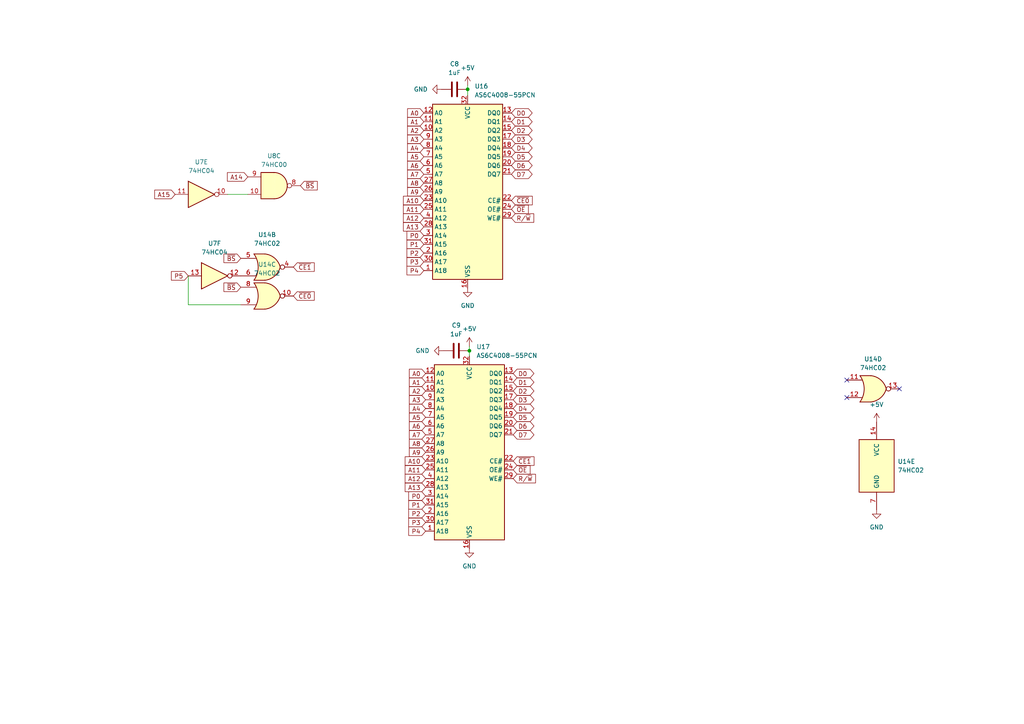
<source format=kicad_sch>
(kicad_sch (version 20211123) (generator eeschema)
  (paper "A4")
  (lib_symbols
    (symbol "74xx:74HC00" (pin_names (offset 1.016))
      (property "Reference" "U" (at 0 1.27 0))
      (property "Value" "74HC00" (at 0 -1.27 0))
      (symbol "74HC00_1_1"
        (arc (start 0 -3.81) (mid 3.81 0) (end 0 3.81) (stroke (width 0.254)) (fill (type background)))
        (polyline (pts (xy 0 3.81) (xy -3.81 3.81) (xy -3.81 -3.81) (xy 0 -3.81)) (stroke (width 0.254)) (fill (type background)))
        (pin input line (at -7.62 2.54 0) (length 3.81) (name "~") (number "1"))
        (pin input line (at -7.62 -2.54 0) (length 3.81) (name "~") (number "2"))
        (pin output inverted (at 7.62 0 180) (length 3.81) (name "~") (number "3"))
      )
      (symbol "74HC00_1_2"
        (arc (start -3.81 -3.81) (mid -2.589 0) (end -3.81 3.81) (stroke (width 0.254)))
        (arc (start -0.6096 -3.81) (mid 2.1855 -2.584) (end 3.81 0) (stroke (width 0.254)) (fill (type background)))
        (polyline (pts (xy -3.81 -3.81) (xy -0.635 -3.81)) (stroke (width 0.254)) (fill (type background)))
        (polyline (pts (xy -3.81 3.81) (xy -0.635 3.81)) (stroke (width 0.254)) (fill (type background)))
        (polyline (pts (xy -0.635 3.81) (xy -3.81 3.81) (xy -3.81 3.81) (xy -3.556 3.4036) (xy -3.0226 2.2606) (xy -2.6924 1.0414) (xy -2.6162 -0.254) (xy -2.7686 -1.4986) (xy -3.175 -2.7178) (xy -3.81 -3.81) (xy -3.81 -3.81) (xy -0.635 -3.81)) (stroke (width -25.4)) (fill (type background)))
        (arc (start 3.81 0) (mid 2.1928 2.5925) (end -0.6096 3.81) (stroke (width 0.254)) (fill (type background)))
        (pin input inverted (at -7.62 2.54 0) (length 4.318) (name "~") (number "1"))
        (pin input inverted (at -7.62 -2.54 0) (length 4.318) (name "~") (number "2"))
        (pin output line (at 7.62 0 180) (length 3.81) (name "~") (number "3"))
      )
      (symbol "74HC00_2_1"
        (arc (start 0 -3.81) (mid 3.81 0) (end 0 3.81) (stroke (width 0.254)) (fill (type background)))
        (polyline (pts (xy 0 3.81) (xy -3.81 3.81) (xy -3.81 -3.81) (xy 0 -3.81)) (stroke (width 0.254)) (fill (type background)))
        (pin input line (at -7.62 2.54 0) (length 3.81) (name "~") (number "4"))
        (pin input line (at -7.62 -2.54 0) (length 3.81) (name "~") (number "5"))
        (pin output inverted (at 7.62 0 180) (length 3.81) (name "~") (number "6"))
      )
      (symbol "74HC00_2_2"
        (arc (start -3.81 -3.81) (mid -2.589 0) (end -3.81 3.81) (stroke (width 0.254)))
        (arc (start -0.6096 -3.81) (mid 2.1855 -2.584) (end 3.81 0) (stroke (width 0.254)) (fill (type background)))
        (polyline (pts (xy -3.81 -3.81) (xy -0.635 -3.81)) (stroke (width 0.254)) (fill (type background)))
        (polyline (pts (xy -3.81 3.81) (xy -0.635 3.81)) (stroke (width 0.254)) (fill (type background)))
        (polyline (pts (xy -0.635 3.81) (xy -3.81 3.81) (xy -3.81 3.81) (xy -3.556 3.4036) (xy -3.0226 2.2606) (xy -2.6924 1.0414) (xy -2.6162 -0.254) (xy -2.7686 -1.4986) (xy -3.175 -2.7178) (xy -3.81 -3.81) (xy -3.81 -3.81) (xy -0.635 -3.81)) (stroke (width -25.4)) (fill (type background)))
        (arc (start 3.81 0) (mid 2.1928 2.5925) (end -0.6096 3.81) (stroke (width 0.254)) (fill (type background)))
        (pin input inverted (at -7.62 2.54 0) (length 4.318) (name "~") (number "4"))
        (pin input inverted (at -7.62 -2.54 0) (length 4.318) (name "~") (number "5"))
        (pin output line (at 7.62 0 180) (length 3.81) (name "~") (number "6"))
      )
      (symbol "74HC00_3_1"
        (arc (start 0 -3.81) (mid 3.81 0) (end 0 3.81) (stroke (width 0.254)) (fill (type background)))
        (polyline (pts (xy 0 3.81) (xy -3.81 3.81) (xy -3.81 -3.81) (xy 0 -3.81)) (stroke (width 0.254)) (fill (type background)))
        (pin input line (at -7.62 -2.54 0) (length 3.81) (name "~") (number "10"))
        (pin output inverted (at 7.62 0 180) (length 3.81) (name "~") (number "8"))
        (pin input line (at -7.62 2.54 0) (length 3.81) (name "~") (number "9"))
      )
      (symbol "74HC00_3_2"
        (arc (start -3.81 -3.81) (mid -2.589 0) (end -3.81 3.81) (stroke (width 0.254)))
        (arc (start -0.6096 -3.81) (mid 2.1855 -2.584) (end 3.81 0) (stroke (width 0.254)) (fill (type background)))
        (polyline (pts (xy -3.81 -3.81) (xy -0.635 -3.81)) (stroke (width 0.254)) (fill (type background)))
        (polyline (pts (xy -3.81 3.81) (xy -0.635 3.81)) (stroke (width 0.254)) (fill (type background)))
        (polyline (pts (xy -0.635 3.81) (xy -3.81 3.81) (xy -3.81 3.81) (xy -3.556 3.4036) (xy -3.0226 2.2606) (xy -2.6924 1.0414) (xy -2.6162 -0.254) (xy -2.7686 -1.4986) (xy -3.175 -2.7178) (xy -3.81 -3.81) (xy -3.81 -3.81) (xy -0.635 -3.81)) (stroke (width -25.4)) (fill (type background)))
        (arc (start 3.81 0) (mid 2.1928 2.5925) (end -0.6096 3.81) (stroke (width 0.254)) (fill (type background)))
        (pin input inverted (at -7.62 -2.54 0) (length 4.318) (name "~") (number "10"))
        (pin output line (at 7.62 0 180) (length 3.81) (name "~") (number "8"))
        (pin input inverted (at -7.62 2.54 0) (length 4.318) (name "~") (number "9"))
      )
      (symbol "74HC00_4_1"
        (arc (start 0 -3.81) (mid 3.81 0) (end 0 3.81) (stroke (width 0.254)) (fill (type background)))
        (polyline (pts (xy 0 3.81) (xy -3.81 3.81) (xy -3.81 -3.81) (xy 0 -3.81)) (stroke (width 0.254)) (fill (type background)))
        (pin output inverted (at 7.62 0 180) (length 3.81) (name "~") (number "11"))
        (pin input line (at -7.62 2.54 0) (length 3.81) (name "~") (number "12"))
        (pin input line (at -7.62 -2.54 0) (length 3.81) (name "~") (number "13"))
      )
      (symbol "74HC00_4_2"
        (arc (start -3.81 -3.81) (mid -2.589 0) (end -3.81 3.81) (stroke (width 0.254)))
        (arc (start -0.6096 -3.81) (mid 2.1855 -2.584) (end 3.81 0) (stroke (width 0.254)) (fill (type background)))
        (polyline (pts (xy -3.81 -3.81) (xy -0.635 -3.81)) (stroke (width 0.254)) (fill (type background)))
        (polyline (pts (xy -3.81 3.81) (xy -0.635 3.81)) (stroke (width 0.254)) (fill (type background)))
        (polyline (pts (xy -0.635 3.81) (xy -3.81 3.81) (xy -3.81 3.81) (xy -3.556 3.4036) (xy -3.0226 2.2606) (xy -2.6924 1.0414) (xy -2.6162 -0.254) (xy -2.7686 -1.4986) (xy -3.175 -2.7178) (xy -3.81 -3.81) (xy -3.81 -3.81) (xy -0.635 -3.81)) (stroke (width -25.4)) (fill (type background)))
        (arc (start 3.81 0) (mid 2.1928 2.5925) (end -0.6096 3.81) (stroke (width 0.254)) (fill (type background)))
        (pin output line (at 7.62 0 180) (length 3.81) (name "~") (number "11"))
        (pin input inverted (at -7.62 2.54 0) (length 4.318) (name "~") (number "12"))
        (pin input inverted (at -7.62 -2.54 0) (length 4.318) (name "~") (number "13"))
      )
      (symbol "74HC00_5_0"
        (pin power_in line (at 0 12.7 270) (length 5.08) (name "VCC") (number "14"))
        (pin power_in line (at 0 -12.7 90) (length 5.08) (name "GND") (number "7"))
      )
      (symbol "74HC00_5_1"
        (rectangle (start -5.08 7.62) (end 5.08 -7.62) (stroke (width 0.254)) (fill (type background)))
      )
    )
    (symbol "74xx:74HC02" (pin_names (offset 1.016))
      (property "Reference" "U" (at 0 1.27 0))
      (property "Value" "74HC02" (at 0 -1.27 0))
      (symbol "74HC02_1_1"
        (arc (start -3.81 -3.81) (mid -2.589 0) (end -3.81 3.81) (stroke (width 0.254)))
        (arc (start -0.6096 -3.81) (mid 2.1855 -2.584) (end 3.81 0) (stroke (width 0.254)) (fill (type background)))
        (polyline (pts (xy -3.81 -3.81) (xy -0.635 -3.81)) (stroke (width 0.254)) (fill (type background)))
        (polyline (pts (xy -3.81 3.81) (xy -0.635 3.81)) (stroke (width 0.254)) (fill (type background)))
        (polyline (pts (xy -0.635 3.81) (xy -3.81 3.81) (xy -3.81 3.81) (xy -3.556 3.4036) (xy -3.0226 2.2606) (xy -2.6924 1.0414) (xy -2.6162 -0.254) (xy -2.7686 -1.4986) (xy -3.175 -2.7178) (xy -3.81 -3.81) (xy -3.81 -3.81) (xy -0.635 -3.81)) (stroke (width -25.4)) (fill (type background)))
        (arc (start 3.81 0) (mid 2.1928 2.5925) (end -0.6096 3.81) (stroke (width 0.254)) (fill (type background)))
        (pin output inverted (at 7.62 0 180) (length 3.81) (name "~") (number "1"))
        (pin input line (at -7.62 2.54 0) (length 4.318) (name "~") (number "2"))
        (pin input line (at -7.62 -2.54 0) (length 4.318) (name "~") (number "3"))
      )
      (symbol "74HC02_1_2"
        (arc (start 0 -3.81) (mid 3.81 0) (end 0 3.81) (stroke (width 0.254)) (fill (type background)))
        (polyline (pts (xy 0 3.81) (xy -3.81 3.81) (xy -3.81 -3.81) (xy 0 -3.81)) (stroke (width 0.254)) (fill (type background)))
        (pin output line (at 7.62 0 180) (length 3.81) (name "~") (number "1"))
        (pin input inverted (at -7.62 2.54 0) (length 3.81) (name "~") (number "2"))
        (pin input inverted (at -7.62 -2.54 0) (length 3.81) (name "~") (number "3"))
      )
      (symbol "74HC02_2_1"
        (arc (start -3.81 -3.81) (mid -2.589 0) (end -3.81 3.81) (stroke (width 0.254)))
        (arc (start -0.6096 -3.81) (mid 2.1855 -2.584) (end 3.81 0) (stroke (width 0.254)) (fill (type background)))
        (polyline (pts (xy -3.81 -3.81) (xy -0.635 -3.81)) (stroke (width 0.254)) (fill (type background)))
        (polyline (pts (xy -3.81 3.81) (xy -0.635 3.81)) (stroke (width 0.254)) (fill (type background)))
        (polyline (pts (xy -0.635 3.81) (xy -3.81 3.81) (xy -3.81 3.81) (xy -3.556 3.4036) (xy -3.0226 2.2606) (xy -2.6924 1.0414) (xy -2.6162 -0.254) (xy -2.7686 -1.4986) (xy -3.175 -2.7178) (xy -3.81 -3.81) (xy -3.81 -3.81) (xy -0.635 -3.81)) (stroke (width -25.4)) (fill (type background)))
        (arc (start 3.81 0) (mid 2.1928 2.5925) (end -0.6096 3.81) (stroke (width 0.254)) (fill (type background)))
        (pin output inverted (at 7.62 0 180) (length 3.81) (name "~") (number "4"))
        (pin input line (at -7.62 2.54 0) (length 4.318) (name "~") (number "5"))
        (pin input line (at -7.62 -2.54 0) (length 4.318) (name "~") (number "6"))
      )
      (symbol "74HC02_2_2"
        (arc (start 0 -3.81) (mid 3.81 0) (end 0 3.81) (stroke (width 0.254)) (fill (type background)))
        (polyline (pts (xy 0 3.81) (xy -3.81 3.81) (xy -3.81 -3.81) (xy 0 -3.81)) (stroke (width 0.254)) (fill (type background)))
        (pin output line (at 7.62 0 180) (length 3.81) (name "~") (number "4"))
        (pin input inverted (at -7.62 2.54 0) (length 3.81) (name "~") (number "5"))
        (pin input inverted (at -7.62 -2.54 0) (length 3.81) (name "~") (number "6"))
      )
      (symbol "74HC02_3_1"
        (arc (start -3.81 -3.81) (mid -2.589 0) (end -3.81 3.81) (stroke (width 0.254)))
        (arc (start -0.6096 -3.81) (mid 2.1855 -2.584) (end 3.81 0) (stroke (width 0.254)) (fill (type background)))
        (polyline (pts (xy -3.81 -3.81) (xy -0.635 -3.81)) (stroke (width 0.254)) (fill (type background)))
        (polyline (pts (xy -3.81 3.81) (xy -0.635 3.81)) (stroke (width 0.254)) (fill (type background)))
        (polyline (pts (xy -0.635 3.81) (xy -3.81 3.81) (xy -3.81 3.81) (xy -3.556 3.4036) (xy -3.0226 2.2606) (xy -2.6924 1.0414) (xy -2.6162 -0.254) (xy -2.7686 -1.4986) (xy -3.175 -2.7178) (xy -3.81 -3.81) (xy -3.81 -3.81) (xy -0.635 -3.81)) (stroke (width -25.4)) (fill (type background)))
        (arc (start 3.81 0) (mid 2.1928 2.5925) (end -0.6096 3.81) (stroke (width 0.254)) (fill (type background)))
        (pin output inverted (at 7.62 0 180) (length 3.81) (name "~") (number "10"))
        (pin input line (at -7.62 2.54 0) (length 4.318) (name "~") (number "8"))
        (pin input line (at -7.62 -2.54 0) (length 4.318) (name "~") (number "9"))
      )
      (symbol "74HC02_3_2"
        (arc (start 0 -3.81) (mid 3.81 0) (end 0 3.81) (stroke (width 0.254)) (fill (type background)))
        (polyline (pts (xy 0 3.81) (xy -3.81 3.81) (xy -3.81 -3.81) (xy 0 -3.81)) (stroke (width 0.254)) (fill (type background)))
        (pin output line (at 7.62 0 180) (length 3.81) (name "~") (number "10"))
        (pin input inverted (at -7.62 2.54 0) (length 3.81) (name "~") (number "8"))
        (pin input inverted (at -7.62 -2.54 0) (length 3.81) (name "~") (number "9"))
      )
      (symbol "74HC02_4_1"
        (arc (start -3.81 -3.81) (mid -2.589 0) (end -3.81 3.81) (stroke (width 0.254)))
        (arc (start -0.6096 -3.81) (mid 2.1855 -2.584) (end 3.81 0) (stroke (width 0.254)) (fill (type background)))
        (polyline (pts (xy -3.81 -3.81) (xy -0.635 -3.81)) (stroke (width 0.254)) (fill (type background)))
        (polyline (pts (xy -3.81 3.81) (xy -0.635 3.81)) (stroke (width 0.254)) (fill (type background)))
        (polyline (pts (xy -0.635 3.81) (xy -3.81 3.81) (xy -3.81 3.81) (xy -3.556 3.4036) (xy -3.0226 2.2606) (xy -2.6924 1.0414) (xy -2.6162 -0.254) (xy -2.7686 -1.4986) (xy -3.175 -2.7178) (xy -3.81 -3.81) (xy -3.81 -3.81) (xy -0.635 -3.81)) (stroke (width -25.4)) (fill (type background)))
        (arc (start 3.81 0) (mid 2.1928 2.5925) (end -0.6096 3.81) (stroke (width 0.254)) (fill (type background)))
        (pin input line (at -7.62 2.54 0) (length 4.318) (name "~") (number "11"))
        (pin input line (at -7.62 -2.54 0) (length 4.318) (name "~") (number "12"))
        (pin output inverted (at 7.62 0 180) (length 3.81) (name "~") (number "13"))
      )
      (symbol "74HC02_4_2"
        (arc (start 0 -3.81) (mid 3.81 0) (end 0 3.81) (stroke (width 0.254)) (fill (type background)))
        (polyline (pts (xy 0 3.81) (xy -3.81 3.81) (xy -3.81 -3.81) (xy 0 -3.81)) (stroke (width 0.254)) (fill (type background)))
        (pin input inverted (at -7.62 2.54 0) (length 3.81) (name "~") (number "11"))
        (pin input inverted (at -7.62 -2.54 0) (length 3.81) (name "~") (number "12"))
        (pin output line (at 7.62 0 180) (length 3.81) (name "~") (number "13"))
      )
      (symbol "74HC02_5_0"
        (pin power_in line (at 0 12.7 270) (length 5.08) (name "VCC") (number "14"))
        (pin power_in line (at 0 -12.7 90) (length 5.08) (name "GND") (number "7"))
      )
      (symbol "74HC02_5_1"
        (rectangle (start -5.08 7.62) (end 5.08 -7.62) (stroke (width 0.254)) (fill (type background)))
      )
    )
    (symbol "74xx:74HC04"
      (property "Reference" "U" (at 0 1.27 0))
      (property "Value" "74HC04" (at 0 -1.27 0))
      (symbol "74HC04_1_0"
        (polyline (pts (xy -3.81 3.81) (xy -3.81 -3.81) (xy 3.81 0) (xy -3.81 3.81)) (stroke (width 0.254)) (fill (type background)))
        (pin input line (at -7.62 0 0) (length 3.81) (name "~") (number "1"))
        (pin output inverted (at 7.62 0 180) (length 3.81) (name "~") (number "2"))
      )
      (symbol "74HC04_2_0"
        (polyline (pts (xy -3.81 3.81) (xy -3.81 -3.81) (xy 3.81 0) (xy -3.81 3.81)) (stroke (width 0.254)) (fill (type background)))
        (pin input line (at -7.62 0 0) (length 3.81) (name "~") (number "3"))
        (pin output inverted (at 7.62 0 180) (length 3.81) (name "~") (number "4"))
      )
      (symbol "74HC04_3_0"
        (polyline (pts (xy -3.81 3.81) (xy -3.81 -3.81) (xy 3.81 0) (xy -3.81 3.81)) (stroke (width 0.254)) (fill (type background)))
        (pin input line (at -7.62 0 0) (length 3.81) (name "~") (number "5"))
        (pin output inverted (at 7.62 0 180) (length 3.81) (name "~") (number "6"))
      )
      (symbol "74HC04_4_0"
        (polyline (pts (xy -3.81 3.81) (xy -3.81 -3.81) (xy 3.81 0) (xy -3.81 3.81)) (stroke (width 0.254)) (fill (type background)))
        (pin output inverted (at 7.62 0 180) (length 3.81) (name "~") (number "8"))
        (pin input line (at -7.62 0 0) (length 3.81) (name "~") (number "9"))
      )
      (symbol "74HC04_5_0"
        (polyline (pts (xy -3.81 3.81) (xy -3.81 -3.81) (xy 3.81 0) (xy -3.81 3.81)) (stroke (width 0.254)) (fill (type background)))
        (pin output inverted (at 7.62 0 180) (length 3.81) (name "~") (number "10"))
        (pin input line (at -7.62 0 0) (length 3.81) (name "~") (number "11"))
      )
      (symbol "74HC04_6_0"
        (polyline (pts (xy -3.81 3.81) (xy -3.81 -3.81) (xy 3.81 0) (xy -3.81 3.81)) (stroke (width 0.254)) (fill (type background)))
        (pin output inverted (at 7.62 0 180) (length 3.81) (name "~") (number "12"))
        (pin input line (at -7.62 0 0) (length 3.81) (name "~") (number "13"))
      )
      (symbol "74HC04_7_0"
        (pin power_in line (at 0 12.7 270) (length 5.08) (name "VCC") (number "14"))
        (pin power_in line (at 0 -12.7 90) (length 5.08) (name "GND") (number "7"))
      )
      (symbol "74HC04_7_1"
        (rectangle (start -5.08 7.62) (end 5.08 -7.62) (stroke (width 0.254)) (fill (type background)))
      )
    )
    (symbol "Device:C" (pin_numbers hide) (pin_names (offset 0.254))
      (property "Reference" "C" (at 0.635 2.54 0))
      (property "Value" "C" (at 0.635 -2.54 0))
      (symbol "C_0_1"
        (polyline (pts (xy -2.032 -0.762) (xy 2.032 -0.762)) (stroke (width 0.508)))
        (polyline (pts (xy -2.032 0.762) (xy 2.032 0.762)) (stroke (width 0.508)))
      )
      (symbol "C_1_1"
        (pin passive line (at 0 3.81 270) (length 2.794) (name "~") (number "1"))
        (pin passive line (at 0 -3.81 90) (length 2.794) (name "~") (number "2"))
      )
    )
    (symbol "Memory_RAM:AS6C4008-55PCN"
      (property "Reference" "U" (at -10.16 26.035 0))
      (property "Value" "AS6C4008-55PCN" (at 2.54 26.035 0))
      (symbol "AS6C4008-55PCN_0_0"
        (pin power_in line (at 0 -27.94 90) (length 2.54) (name "VSS") (number "16"))
        (pin power_in line (at 0 27.94 270) (length 2.54) (name "VCC") (number "32"))
      )
      (symbol "AS6C4008-55PCN_0_1"
        (rectangle (start -10.16 25.4) (end 10.16 -25.4) (stroke (width 0.254)) (fill (type background)))
      )
      (symbol "AS6C4008-55PCN_1_1"
        (pin input line (at -12.7 -22.86 0) (length 2.54) (name "A18") (number "1"))
        (pin input line (at -12.7 17.78 0) (length 2.54) (name "A2") (number "10"))
        (pin input line (at -12.7 20.32 0) (length 2.54) (name "A1") (number "11"))
        (pin input line (at -12.7 22.86 0) (length 2.54) (name "A0") (number "12"))
        (pin tri_state line (at 12.7 22.86 180) (length 2.54) (name "DQ0") (number "13"))
        (pin tri_state line (at 12.7 20.32 180) (length 2.54) (name "DQ1") (number "14"))
        (pin tri_state line (at 12.7 17.78 180) (length 2.54) (name "DQ2") (number "15"))
        (pin tri_state line (at 12.7 15.24 180) (length 2.54) (name "DQ3") (number "17"))
        (pin tri_state line (at 12.7 12.7 180) (length 2.54) (name "DQ4") (number "18"))
        (pin tri_state line (at 12.7 10.16 180) (length 2.54) (name "DQ5") (number "19"))
        (pin input line (at -12.7 -17.78 0) (length 2.54) (name "A16") (number "2"))
        (pin tri_state line (at 12.7 7.62 180) (length 2.54) (name "DQ6") (number "20"))
        (pin tri_state line (at 12.7 5.08 180) (length 2.54) (name "DQ7") (number "21"))
        (pin input line (at 12.7 -2.54 180) (length 2.54) (name "CE#") (number "22"))
        (pin input line (at -12.7 -2.54 0) (length 2.54) (name "A10") (number "23"))
        (pin input line (at 12.7 -5.08 180) (length 2.54) (name "OE#") (number "24"))
        (pin input line (at -12.7 -5.08 0) (length 2.54) (name "A11") (number "25"))
        (pin input line (at -12.7 0 0) (length 2.54) (name "A9") (number "26"))
        (pin input line (at -12.7 2.54 0) (length 2.54) (name "A8") (number "27"))
        (pin input line (at -12.7 -10.16 0) (length 2.54) (name "A13") (number "28"))
        (pin input line (at 12.7 -7.62 180) (length 2.54) (name "WE#") (number "29"))
        (pin input line (at -12.7 -12.7 0) (length 2.54) (name "A14") (number "3"))
        (pin input line (at -12.7 -20.32 0) (length 2.54) (name "A17") (number "30"))
        (pin input line (at -12.7 -15.24 0) (length 2.54) (name "A15") (number "31"))
        (pin input line (at -12.7 -7.62 0) (length 2.54) (name "A12") (number "4"))
        (pin input line (at -12.7 5.08 0) (length 2.54) (name "A7") (number "5"))
        (pin input line (at -12.7 7.62 0) (length 2.54) (name "A6") (number "6"))
        (pin input line (at -12.7 10.16 0) (length 2.54) (name "A5") (number "7"))
        (pin input line (at -12.7 12.7 0) (length 2.54) (name "A4") (number "8"))
        (pin input line (at -12.7 15.24 0) (length 2.54) (name "A3") (number "9"))
      )
    )
    (symbol "power:+5V" (power) (pin_names (offset 0))
      (property "Value" "+5V" (at 0 3.556 0))
      (symbol "+5V_0_1"
        (polyline (pts (xy -0.762 1.27) (xy 0 2.54)))
        (polyline (pts (xy 0 0) (xy 0 2.54)))
        (polyline (pts (xy 0 2.54) (xy 0.762 1.27)))
      )
      (symbol "+5V_1_1"
        (pin power_in line (at 0 0 90) (length 0) hide (name "+5V") (number "1"))
      )
    )
    (symbol "power:GND" (power) (pin_names (offset 0))
      (property "Value" "GND" (at 0 -3.81 0))
      (symbol "GND_0_1"
        (polyline (pts (xy 0 0) (xy 0 -1.27) (xy 1.27 -1.27) (xy 0 -2.54) (xy -1.27 -1.27) (xy 0 -1.27)))
      )
      (symbol "GND_1_1"
        (pin power_in line (at 0 0 270) (length 0) hide (name "GND") (number "1"))
      )
    )
  )
  (junction (at 136.144 101.727))
  (junction (at 135.636 25.908))
  (no_connect (at 245.618 110.236))
  (no_connect (at 245.618 115.316))
  (no_connect (at 260.858 112.776))
  (wire (pts (xy 66.04 56.388) (xy 71.882 56.388)))
  (wire (pts (xy 135.636 25.908) (xy 135.636 27.686)))
  (wire (pts (xy 135.636 24.765) (xy 135.636 25.908)))
  (wire (pts (xy 136.144 100.457) (xy 136.144 101.727)))
  (wire (pts (xy 136.144 101.727) (xy 136.144 103.251)))
  (wire (pts (xy 54.61 80.01) (xy 54.61 88.392)))
  (wire (pts (xy 54.61 88.392) (xy 69.85 88.392)))
  (global_label "P5" (shape input) (at 54.61 80.01 180) (property "Intersheet References" "${INTERSHEET_REFS}" (effects hide)))
  (global_label "A2" (shape input) (at 122.936 37.846 180) (property "Intersheet References" "${INTERSHEET_REFS}" (effects hide)))
  (global_label "A4" (shape input) (at 122.936 42.926 180) (property "Intersheet References" "${INTERSHEET_REFS}" (effects hide)))
  (global_label "~{OE}" (shape input) (at 148.336 60.706 0) (property "Intersheet References" "${INTERSHEET_REFS}" (effects hide)))
  (global_label "~{BS}" (shape input) (at 87.122 53.848 0) (property "Intersheet References" "${INTERSHEET_REFS}" (effects hide)))
  (global_label "D2" (shape bidirectional) (at 148.844 113.411 0) (property "Intersheet References" "${INTERSHEET_REFS}" (effects hide)))
  (global_label "A1" (shape input) (at 123.444 110.871 180) (property "Intersheet References" "${INTERSHEET_REFS}" (effects hide)))
  (global_label "A0" (shape input) (at 123.444 108.331 180) (property "Intersheet References" "${INTERSHEET_REFS}" (effects hide)))
  (global_label "A3" (shape input) (at 122.936 40.386 180) (property "Intersheet References" "${INTERSHEET_REFS}" (effects hide)))
  (global_label "A5" (shape input) (at 122.936 45.466 180) (property "Intersheet References" "${INTERSHEET_REFS}" (effects hide)))
  (global_label "A14" (shape input) (at 71.882 51.308 180) (property "Intersheet References" "${INTERSHEET_REFS}" (effects hide)))
  (global_label "P0" (shape input) (at 123.444 143.891 180) (property "Intersheet References" "${INTERSHEET_REFS}" (effects hide)))
  (global_label "~{CE1}" (shape input) (at 85.09 77.47 0) (property "Intersheet References" "${INTERSHEET_REFS}" (effects hide)))
  (global_label "A3" (shape input) (at 123.444 115.951 180) (property "Intersheet References" "${INTERSHEET_REFS}" (effects hide)))
  (global_label "A11" (shape input) (at 122.936 60.706 180) (property "Intersheet References" "${INTERSHEET_REFS}" (effects hide)))
  (global_label "P4" (shape input) (at 122.936 78.486 180) (property "Intersheet References" "${INTERSHEET_REFS}" (effects hide)))
  (global_label "D4" (shape bidirectional) (at 148.336 42.926 0) (property "Intersheet References" "${INTERSHEET_REFS}" (effects hide)))
  (global_label "D1" (shape bidirectional) (at 148.844 110.871 0) (property "Intersheet References" "${INTERSHEET_REFS}" (effects hide)))
  (global_label "~{BS}" (shape input) (at 69.85 74.93 180) (property "Intersheet References" "${INTERSHEET_REFS}" (effects hide)))
  (global_label "A2" (shape input) (at 123.444 113.411 180) (property "Intersheet References" "${INTERSHEET_REFS}" (effects hide)))
  (global_label "D4" (shape bidirectional) (at 148.844 118.491 0) (property "Intersheet References" "${INTERSHEET_REFS}" (effects hide)))
  (global_label "A13" (shape input) (at 122.936 65.786 180) (property "Intersheet References" "${INTERSHEET_REFS}" (effects hide)))
  (global_label "R{slash}~{W}" (shape input) (at 148.336 63.246 0) (property "Intersheet References" "${INTERSHEET_REFS}" (effects hide)))
  (global_label "A1" (shape input) (at 122.936 35.306 180) (property "Intersheet References" "${INTERSHEET_REFS}" (effects hide)))
  (global_label "A12" (shape input) (at 122.936 63.246 180) (property "Intersheet References" "${INTERSHEET_REFS}" (effects hide)))
  (global_label "R{slash}~{W}" (shape input) (at 148.844 138.811 0) (property "Intersheet References" "${INTERSHEET_REFS}" (effects hide)))
  (global_label "A12" (shape input) (at 123.444 138.811 180) (property "Intersheet References" "${INTERSHEET_REFS}" (effects hide)))
  (global_label "A9" (shape input) (at 122.936 55.626 180) (property "Intersheet References" "${INTERSHEET_REFS}" (effects hide)))
  (global_label "A4" (shape input) (at 123.444 118.491 180) (property "Intersheet References" "${INTERSHEET_REFS}" (effects hide)))
  (global_label "~{CE0}" (shape input) (at 85.09 85.852 0) (property "Intersheet References" "${INTERSHEET_REFS}" (effects hide)))
  (global_label "A7" (shape input) (at 122.936 50.546 180) (property "Intersheet References" "${INTERSHEET_REFS}" (effects hide)))
  (global_label "~{OE}" (shape input) (at 148.844 136.271 0) (property "Intersheet References" "${INTERSHEET_REFS}" (effects hide)))
  (global_label "~{BS}" (shape input) (at 69.85 83.312 180) (property "Intersheet References" "${INTERSHEET_REFS}" (effects hide)))
  (global_label "A10" (shape input) (at 122.936 58.166 180) (property "Intersheet References" "${INTERSHEET_REFS}" (effects hide)))
  (global_label "D5" (shape bidirectional) (at 148.336 45.466 0) (property "Intersheet References" "${INTERSHEET_REFS}" (effects hide)))
  (global_label "A13" (shape input) (at 123.444 141.351 180) (property "Intersheet References" "${INTERSHEET_REFS}" (effects hide)))
  (global_label "P3" (shape input) (at 123.444 151.511 180) (property "Intersheet References" "${INTERSHEET_REFS}" (effects hide)))
  (global_label "A7" (shape input) (at 123.444 126.111 180) (property "Intersheet References" "${INTERSHEET_REFS}" (effects hide)))
  (global_label "P3" (shape input) (at 122.936 75.946 180) (property "Intersheet References" "${INTERSHEET_REFS}" (effects hide)))
  (global_label "D6" (shape bidirectional) (at 148.844 123.571 0) (property "Intersheet References" "${INTERSHEET_REFS}" (effects hide)))
  (global_label "A0" (shape input) (at 122.936 32.766 180) (property "Intersheet References" "${INTERSHEET_REFS}" (effects hide)))
  (global_label "D3" (shape bidirectional) (at 148.844 115.951 0) (property "Intersheet References" "${INTERSHEET_REFS}" (effects hide)))
  (global_label "D7" (shape bidirectional) (at 148.844 126.111 0) (property "Intersheet References" "${INTERSHEET_REFS}" (effects hide)))
  (global_label "D0" (shape bidirectional) (at 148.844 108.331 0) (property "Intersheet References" "${INTERSHEET_REFS}" (effects hide)))
  (global_label "A9" (shape input) (at 123.444 131.191 180) (property "Intersheet References" "${INTERSHEET_REFS}" (effects hide)))
  (global_label "P1" (shape input) (at 122.936 70.866 180) (property "Intersheet References" "${INTERSHEET_REFS}" (effects hide)))
  (global_label "D6" (shape bidirectional) (at 148.336 48.006 0) (property "Intersheet References" "${INTERSHEET_REFS}" (effects hide)))
  (global_label "P1" (shape input) (at 123.444 146.431 180) (property "Intersheet References" "${INTERSHEET_REFS}" (effects hide)))
  (global_label "A8" (shape input) (at 123.444 128.651 180) (property "Intersheet References" "${INTERSHEET_REFS}" (effects hide)))
  (global_label "P2" (shape input) (at 123.444 148.971 180) (property "Intersheet References" "${INTERSHEET_REFS}" (effects hide)))
  (global_label "A6" (shape input) (at 122.936 48.006 180) (property "Intersheet References" "${INTERSHEET_REFS}" (effects hide)))
  (global_label "D5" (shape bidirectional) (at 148.844 121.031 0) (property "Intersheet References" "${INTERSHEET_REFS}" (effects hide)))
  (global_label "A15" (shape input) (at 50.8 56.388 180) (property "Intersheet References" "${INTERSHEET_REFS}" (effects hide)))
  (global_label "~{CE1}" (shape input) (at 148.844 133.731 0) (property "Intersheet References" "${INTERSHEET_REFS}" (effects hide)))
  (global_label "D1" (shape bidirectional) (at 148.336 35.306 0) (property "Intersheet References" "${INTERSHEET_REFS}" (effects hide)))
  (global_label "P2" (shape input) (at 122.936 73.406 180) (property "Intersheet References" "${INTERSHEET_REFS}" (effects hide)))
  (global_label "D3" (shape bidirectional) (at 148.336 40.386 0) (property "Intersheet References" "${INTERSHEET_REFS}" (effects hide)))
  (global_label "D0" (shape bidirectional) (at 148.336 32.766 0) (property "Intersheet References" "${INTERSHEET_REFS}" (effects hide)))
  (global_label "A5" (shape input) (at 123.444 121.031 180) (property "Intersheet References" "${INTERSHEET_REFS}" (effects hide)))
  (global_label "A10" (shape input) (at 123.444 133.731 180) (property "Intersheet References" "${INTERSHEET_REFS}" (effects hide)))
  (global_label "~{CE0}" (shape input) (at 148.336 58.166 0) (property "Intersheet References" "${INTERSHEET_REFS}" (effects hide)))
  (global_label "A11" (shape input) (at 123.444 136.271 180) (property "Intersheet References" "${INTERSHEET_REFS}" (effects hide)))
  (global_label "D7" (shape bidirectional) (at 148.336 50.546 0) (property "Intersheet References" "${INTERSHEET_REFS}" (effects hide)))
  (global_label "A6" (shape input) (at 123.444 123.571 180) (property "Intersheet References" "${INTERSHEET_REFS}" (effects hide)))
  (global_label "A8" (shape input) (at 122.936 53.086 180) (property "Intersheet References" "${INTERSHEET_REFS}" (effects hide)))
  (global_label "D2" (shape bidirectional) (at 148.336 37.846 0) (property "Intersheet References" "${INTERSHEET_REFS}" (effects hide)))
  (global_label "P4" (shape input) (at 123.444 154.051 180) (property "Intersheet References" "${INTERSHEET_REFS}" (effects hide)))
  (global_label "P0" (shape input) (at 122.936 68.326 180) (property "Intersheet References" "${INTERSHEET_REFS}" (effects hide)))
  (symbol (lib_id "74xx:74HC00") (at 79.502 53.848 0) (unit 3)
    (property "Reference" "U8" (at 79.502 45.212 0))
    (property "Value" "74HC00" (at 79.502 47.752 0))
    (property "Footprint" "Package_SO:SO-14_3.9x8.65mm_P1.27mm" (effects hide))
    (property "Datasheet" "http://www.ti.com/lit/gpn/sn74hc00" (effects hide))
  )
  (symbol (lib_id "power:+5V") (at 136.144 100.457 0) (unit 1)
    (property "Reference" "#PWR031" (effects hide))
    (property "Value" "+5V" (at 136.144 95.377 0))
  )
  (symbol (lib_id "power:GND") (at 254.254 147.828 0) (unit 1)
    (property "Reference" "#PWR0112" (effects hide))
    (property "Value" "GND" (at 254.254 152.908 0))
  )
  (symbol (lib_id "74xx:74HC04") (at 58.42 56.388 0) (unit 5)
    (property "Reference" "U7" (at 58.42 46.99 0))
    (property "Value" "74HC04" (at 58.42 49.53 0))
    (property "Footprint" "Package_SO:SO-14_3.9x8.65mm_P1.27mm" (effects hide))
    (property "Datasheet" "https://assets.nexperia.com/documents/data-sheet/74HC_HCT04.pdf" (effects hide))
  )
  (symbol (lib_id "Memory_RAM:AS6C4008-55PCN") (at 136.144 131.191 0) (unit 1)
    (property "Reference" "U17" (at 138.1634 100.584 0) (effects (justify left)))
    (property "Value" "AS6C4008-55PCN" (at 138.1634 103.124 0) (effects (justify left)))
    (property "Footprint" "Package_SO:SSOP-32_11.305x20.495mm_P1.27mm" (effects hide))
    (property "Datasheet" "https://www.alliancememory.com/wp-content/uploads/pdf/AS6C4008.pdf" (effects hide))
  )
  (symbol (lib_id "power:+5V") (at 135.636 24.765 0) (unit 1)
    (property "Reference" "#PWR029" (effects hide))
    (property "Value" "+5V" (at 135.636 19.685 0))
  )
  (symbol (lib_id "power:GND") (at 136.144 159.131 0) (unit 1)
    (property "Reference" "#PWR032" (effects hide))
    (property "Value" "GND" (at 136.144 164.211 0))
  )
  (symbol (lib_id "74xx:74HC02") (at 253.238 112.776 0) (unit 4)
    (property "Reference" "U14" (at 253.238 104.14 0))
    (property "Value" "74HC02" (at 253.238 106.68 0))
    (property "Footprint" "Package_SO:SO-14_3.9x8.65mm_P1.27mm" (effects hide))
    (property "Datasheet" "http://www.ti.com/lit/gpn/sn74hc02" (effects hide))
  )
  (symbol (lib_id "74xx:74HC02") (at 254.254 135.128 0) (unit 5)
    (property "Reference" "U14" (at 260.35 133.8579 0) (effects (justify left)))
    (property "Value" "74HC02" (at 260.35 136.3979 0) (effects (justify left)))
    (property "Footprint" "Package_SO:SO-14_3.9x8.65mm_P1.27mm" (effects hide))
    (property "Datasheet" "http://www.ti.com/lit/gpn/sn74hc02" (effects hide))
  )
  (symbol (lib_id "Device:C") (at 132.334 101.727 270) (unit 1)
    (property "Reference" "C9" (at 132.334 94.361 90))
    (property "Value" "1uF" (at 132.334 96.901 90))
    (property "Footprint" "Capacitor_SMD:C_0805_2012Metric" (effects hide))
  )
  (symbol (lib_id "power:GND") (at 128.016 25.908 270) (unit 1)
    (property "Reference" "#PWR025" (effects hide))
    (property "Value" "GND" (at 124.079 25.9079 90) (effects (justify right)))
  )
  (symbol (lib_id "power:GND") (at 135.636 83.566 0) (unit 1)
    (property "Reference" "#PWR030" (effects hide))
    (property "Value" "GND" (at 135.636 88.646 0))
  )
  (symbol (lib_id "power:+5V") (at 254.254 122.428 0) (unit 1)
    (property "Reference" "#PWR0111" (effects hide))
    (property "Value" "+5V" (at 254.254 117.348 0))
  )
  (symbol (lib_id "Memory_RAM:AS6C4008-55PCN") (at 135.636 55.626 0) (unit 1)
    (property "Reference" "U16" (at 137.6554 25.019 0) (effects (justify left)))
    (property "Value" "AS6C4008-55PCN" (at 137.6554 27.559 0) (effects (justify left)))
    (property "Footprint" "Package_SO:SSOP-32_11.305x20.495mm_P1.27mm" (effects hide))
    (property "Datasheet" "https://www.alliancememory.com/wp-content/uploads/pdf/AS6C4008.pdf" (effects hide))
  )
  (symbol (lib_id "74xx:74HC04") (at 62.23 80.01 0) (unit 6)
    (property "Reference" "U7" (at 62.23 70.612 0))
    (property "Value" "74HC04" (at 62.23 73.152 0))
    (property "Footprint" "Package_SO:SO-14_3.9x8.65mm_P1.27mm" (effects hide))
    (property "Datasheet" "https://assets.nexperia.com/documents/data-sheet/74HC_HCT04.pdf" (effects hide))
  )
  (symbol (lib_id "74xx:74HC02") (at 77.47 77.47 0) (unit 2)
    (property "Reference" "U14" (at 77.47 68.072 0))
    (property "Value" "74HC02" (at 77.47 70.612 0))
    (property "Footprint" "Package_SO:SO-14_3.9x8.65mm_P1.27mm" (effects hide))
    (property "Datasheet" "http://www.ti.com/lit/gpn/sn74hc02" (effects hide))
  )
  (symbol (lib_id "Device:C") (at 131.826 25.908 270) (unit 1)
    (property "Reference" "C8" (at 131.826 18.542 90))
    (property "Value" "1uF" (at 131.826 21.082 90))
    (property "Footprint" "Capacitor_SMD:C_0805_2012Metric" (effects hide))
  )
  (symbol (lib_id "74xx:74HC02") (at 77.47 85.852 0) (unit 3)
    (property "Reference" "U14" (at 77.47 76.708 0))
    (property "Value" "74HC02" (at 77.47 79.248 0))
    (property "Footprint" "Package_SO:SO-14_3.9x8.65mm_P1.27mm" (effects hide))
    (property "Datasheet" "http://www.ti.com/lit/gpn/sn74hc02" (effects hide))
  )
  (symbol (lib_id "power:GND") (at 128.524 101.727 270) (unit 1)
    (property "Reference" "#PWR026" (effects hide))
    (property "Value" "GND" (at 124.587 101.7269 90) (effects (justify right)))
  )
)
</source>
